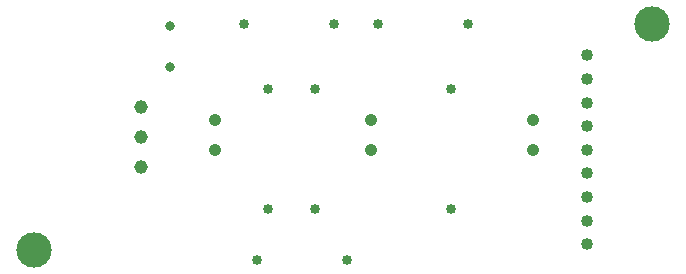
<source format=gbr>
%TF.GenerationSoftware,Altium Limited,Altium Designer,20.0.10 (225)*%
G04 Layer_Color=0*
%FSLAX26Y26*%
%MOIN*%
%TF.FileFunction,Plated,1,2,PTH,Drill*%
%TF.Part,Single*%
G01*
G75*
%TA.AperFunction,ComponentDrill*%
%ADD41C,0.033465*%
%ADD42C,0.033465*%
%ADD43C,0.031496*%
%ADD44C,0.045276*%
%ADD45C,0.041339*%
%TA.AperFunction,OtherDrill,Pad Free-9 (4609.37mil,4776.961mil)*%
%ADD46C,0.040157*%
%TA.AperFunction,OtherDrill,Pad Free-1 (4609.37mil,4147.039mil)*%
%ADD47C,0.040157*%
%TA.AperFunction,OtherDrill,Pad Free-8 (4609.37mil,4698.22mil)*%
%ADD48C,0.040157*%
%TA.AperFunction,OtherDrill,Pad Free-7 (4609.37mil,4619.48mil)*%
%ADD49C,0.040157*%
%TA.AperFunction,OtherDrill,Pad Free-6 (4609.37mil,4540.74mil)*%
%ADD50C,0.040157*%
%TA.AperFunction,OtherDrill,Pad Free-5 (4609.37mil,4462mil)*%
%ADD51C,0.040157*%
%TA.AperFunction,OtherDrill,Pad Free-4 (4609.37mil,4383.26mil)*%
%ADD52C,0.040157*%
%TA.AperFunction,OtherDrill,Pad Free-3 (4609.37mil,4304.52mil)*%
%ADD53C,0.040157*%
%TA.AperFunction,OtherDrill,Pad Free-2 (4609.37mil,4225.779mil)*%
%ADD54C,0.040157*%
%TA.AperFunction,OtherDrill,Pad Free-2 (4825.905mil,4881.89mil)*%
%ADD55C,0.118110*%
%TA.AperFunction,OtherDrill,Pad Free-2 (2765.378mil,4129.095mil)*%
%ADD56C,0.118110*%
D41*
X3465000Y4883000D02*
D03*
X3765000D02*
D03*
X3913000D02*
D03*
X4213000D02*
D03*
X3508000Y4094000D02*
D03*
X3808000D02*
D03*
D42*
X4155000Y4664000D02*
D03*
Y4264000D02*
D03*
X3546000Y4664000D02*
D03*
Y4264000D02*
D03*
X3702000Y4664000D02*
D03*
Y4264000D02*
D03*
D43*
X3219000Y4876000D02*
D03*
Y4738205D02*
D03*
D44*
X3123000Y4605472D02*
D03*
Y4505472D02*
D03*
Y4405472D02*
D03*
D45*
X3369197Y4461811D02*
D03*
Y4561811D02*
D03*
X3888882Y4461811D02*
D03*
Y4561811D02*
D03*
X4427465Y4461811D02*
D03*
Y4561811D02*
D03*
D46*
X4609370Y4776961D02*
D03*
D47*
Y4147039D02*
D03*
D48*
Y4698220D02*
D03*
D49*
Y4619480D02*
D03*
D50*
Y4540740D02*
D03*
D51*
Y4462000D02*
D03*
D52*
Y4383260D02*
D03*
D53*
Y4304520D02*
D03*
D54*
Y4225779D02*
D03*
D55*
X4825905Y4881890D02*
D03*
D56*
X2765378Y4129095D02*
D03*
%TF.MD5,9b8d44dcea7b6fe846f0537753c2c9b9*%
M02*

</source>
